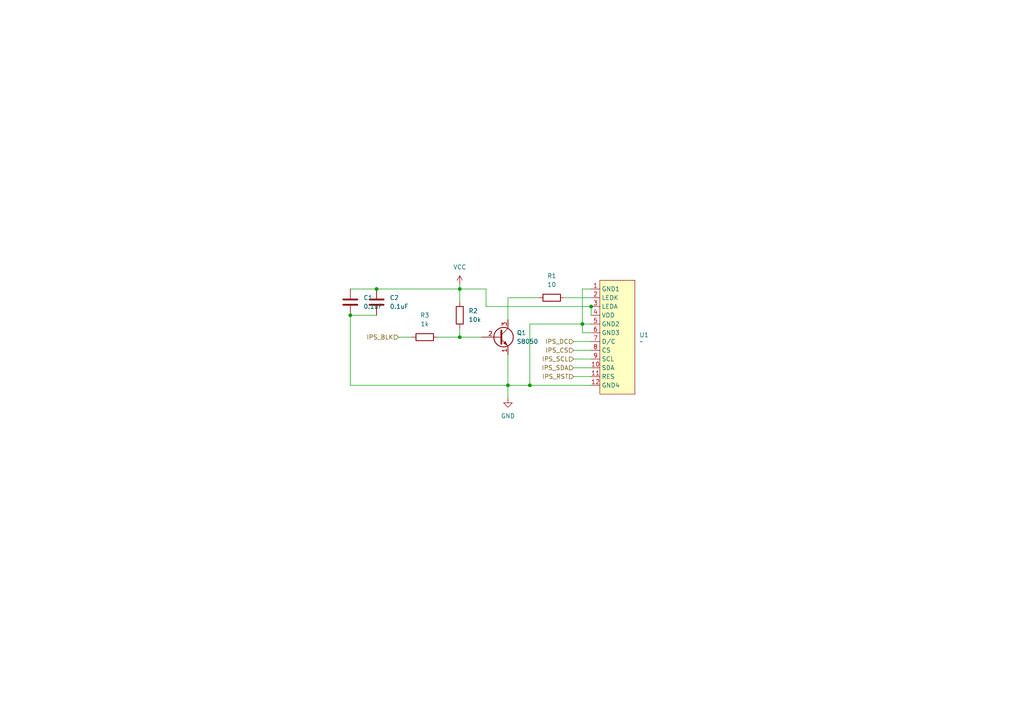
<source format=kicad_sch>
(kicad_sch (version 20231120) (generator "eeschema") (generator_version "8.0")
  (paper "A4")
  (lib_symbols
    (symbol "Device:C" (pin_numbers hide) (pin_names (offset 0.254))
      (property "Reference" "C" (at 0.635 2.54 0))
      (property "Value" "C" (at 0.635 -2.54 0))
      (symbol "C_0_1"
        (polyline (pts (xy -2.032 -0.762) (xy 2.032 -0.762)) (stroke (width 0.508)))
        (polyline (pts (xy -2.032 0.762) (xy 2.032 0.762)) (stroke (width 0.508)))
      )
      (symbol "C_1_1"
        (pin passive line (at 0 3.81 270) (length 2.794) (name "~") (number "1"))
        (pin passive line (at 0 -3.81 90) (length 2.794) (name "~") (number "2"))
      )
    )
    (symbol "Device:R" (pin_numbers hide) (pin_names (offset 0))
      (property "Reference" "R" (at 2.032 0 90))
      (property "Value" "R" (at 0 0 90))
      (symbol "R_0_1"
        (rectangle (start -1.016 -2.54) (end 1.016 2.54) (stroke (width 0.254)))
      )
      (symbol "R_1_1"
        (pin passive line (at 0 3.81 270) (length 1.27) (name "~") (number "1"))
        (pin passive line (at 0 -3.81 90) (length 1.27) (name "~") (number "2"))
      )
    )
    (symbol "Transistor_BJT:S8050" (pin_names (offset 0) hide)
      (property "Reference" "Q" (at 5.08 1.905 0))
      (property "Value" "S8050" (at 5.08 0 0))
      (symbol "S8050_0_1"
        (polyline (pts (xy 0 0) (xy 0.635 0)))
        (polyline (pts (xy 0.635 0.635) (xy 2.54 2.54)))
        (polyline (pts (xy 0.635 -0.635) (xy 2.54 -2.54) (xy 2.54 -2.54)))
        (polyline (pts (xy 0.635 1.905) (xy 0.635 -1.905) (xy 0.635 -1.905)) (stroke (width 0.508)))
        (polyline (pts (xy 1.27 -1.778) (xy 1.778 -1.27) (xy 2.286 -2.286) (xy 1.27 -1.778) (xy 1.27 -1.778)) (fill (type outline)))
        (circle (center 1.27 0) (radius 2.8194) (stroke (width 0.254)))
      )
      (symbol "S8050_1_1"
        (pin passive line (at 2.54 -5.08 90) (length 2.54) (name "E") (number "1"))
        (pin input line (at -5.08 0 0) (length 5.08) (name "B") (number "2"))
        (pin passive line (at 2.54 5.08 270) (length 2.54) (name "C") (number "3"))
      )
    )
    (symbol "my_symbol:ips_2.0_240x320_12P"
      (property "Reference" "U" (at -1.778 18.034 0))
      (symbol "ips_2.0_240x320_12P_1_1"
        (rectangle (start -5.08 16.51) (end 5.08 -16.51) (fill (type background)))
        (pin input line (at -7.62 13.97 0) (length 2.54) (name "GND1") (number "1"))
        (pin input line (at -7.62 -8.89 0) (length 2.54) (name "SDA") (number "10"))
        (pin input line (at -7.62 -11.43 0) (length 2.54) (name "RES") (number "11"))
        (pin input line (at -7.62 -13.97 0) (length 2.54) (name "GND4") (number "12"))
        (pin input line (at -7.62 11.43 0) (length 2.54) (name "LEDK") (number "2"))
        (pin input line (at -7.62 8.89 0) (length 2.54) (name "LEDA") (number "3"))
        (pin input line (at -7.62 6.35 0) (length 2.54) (name "VDD") (number "4"))
        (pin input line (at -7.62 3.81 0) (length 2.54) (name "GND2") (number "5"))
        (pin input line (at -7.62 1.27 0) (length 2.54) (name "GND3") (number "6"))
        (pin input line (at -7.62 -1.27 0) (length 2.54) (name "D/C") (number "7"))
        (pin input line (at -7.62 -3.81 0) (length 2.54) (name "CS") (number "8"))
        (pin input line (at -7.62 -6.35 0) (length 2.54) (name "SCL") (number "9"))
      )
    )
    (symbol "power:GND" (power) (pin_numbers hide) (pin_names (offset 0) hide)
      (property "Value" "GND" (at 0 -3.81 0))
      (symbol "GND_0_1"
        (polyline (pts (xy 0 0) (xy 0 -1.27) (xy 1.27 -1.27) (xy 0 -2.54) (xy -1.27 -1.27) (xy 0 -1.27)))
      )
      (symbol "GND_1_1"
        (pin power_in line (at 0 0 270) (length 0) (name "~") (number "1"))
      )
    )
    (symbol "power:VCC" (power) (pin_numbers hide) (pin_names (offset 0) hide)
      (property "Value" "VCC" (at 0 3.556 0))
      (symbol "VCC_0_1"
        (polyline (pts (xy -0.762 1.27) (xy 0 2.54)))
        (polyline (pts (xy 0 0) (xy 0 2.54)))
        (polyline (pts (xy 0 2.54) (xy 0.762 1.27)))
      )
      (symbol "VCC_1_1"
        (pin power_in line (at 0 0 90) (length 0) (name "~") (number "1"))
      )
    )
  )
  (junction (at 153.67 111.76))
  (junction (at 133.35 83.82))
  (junction (at 133.35 97.79))
  (junction (at 101.6 91.44))
  (junction (at 109.22 83.82))
  (junction (at 171.45 88.9))
  (junction (at 168.91 93.98))
  (junction (at 147.32 111.76))
  (wire (pts (xy 101.6 91.44) (xy 109.22 91.44)))
  (wire (pts (xy 171.45 88.9) (xy 140.97 88.9)))
  (wire (pts (xy 147.32 102.87) (xy 147.32 111.76)))
  (wire (pts (xy 153.67 93.98) (xy 153.67 111.76)))
  (wire (pts (xy 168.91 93.98) (xy 153.67 93.98)))
  (wire (pts (xy 101.6 111.76) (xy 101.6 91.44)))
  (wire (pts (xy 101.6 111.76) (xy 147.32 111.76)))
  (wire (pts (xy 147.32 86.36) (xy 147.32 92.71)))
  (wire (pts (xy 147.32 111.76) (xy 147.32 115.57)))
  (wire (pts (xy 168.91 96.52) (xy 168.91 93.98)))
  (wire (pts (xy 163.83 86.36) (xy 171.45 86.36)))
  (wire (pts (xy 171.45 111.76) (xy 153.67 111.76)))
  (wire (pts (xy 171.45 83.82) (xy 168.91 83.82)))
  (wire (pts (xy 166.37 99.06) (xy 171.45 99.06)))
  (wire (pts (xy 109.22 83.82) (xy 133.35 83.82)))
  (wire (pts (xy 166.37 101.6) (xy 171.45 101.6)))
  (wire (pts (xy 153.67 111.76) (xy 147.32 111.76)))
  (wire (pts (xy 133.35 95.25) (xy 133.35 97.79)))
  (wire (pts (xy 133.35 83.82) (xy 133.35 87.63)))
  (wire (pts (xy 140.97 88.9) (xy 140.97 83.82)))
  (wire (pts (xy 166.37 109.22) (xy 171.45 109.22)))
  (wire (pts (xy 127 97.79) (xy 133.35 97.79)))
  (wire (pts (xy 171.45 93.98) (xy 168.91 93.98)))
  (wire (pts (xy 168.91 83.82) (xy 168.91 93.98)))
  (wire (pts (xy 101.6 83.82) (xy 109.22 83.82)))
  (wire (pts (xy 133.35 82.55) (xy 133.35 83.82)))
  (wire (pts (xy 133.35 97.79) (xy 139.7 97.79)))
  (wire (pts (xy 156.21 86.36) (xy 147.32 86.36)))
  (wire (pts (xy 171.45 88.9) (xy 171.45 91.44)))
  (wire (pts (xy 140.97 83.82) (xy 133.35 83.82)))
  (wire (pts (xy 166.37 106.68) (xy 171.45 106.68)))
  (wire (pts (xy 115.57 97.79) (xy 119.38 97.79)))
  (wire (pts (xy 166.37 104.14) (xy 171.45 104.14)))
  (wire (pts (xy 171.45 96.52) (xy 168.91 96.52)))
  (hierarchical_label "IPS_SCL" (shape input) (at 166.37 104.14 180))
  (hierarchical_label "IPS_SDA" (shape input) (at 166.37 106.68 180))
  (hierarchical_label "IPS_BLK" (shape input) (at 115.57 97.79 180))
  (hierarchical_label "IPS_CS" (shape input) (at 166.37 101.6 180))
  (hierarchical_label "IPS_RST" (shape input) (at 166.37 109.22 180))
  (hierarchical_label "IPS_DC" (shape input) (at 166.37 99.06 180))
  (symbol (lib_id "Device:C") (at 109.22 87.63 0) (unit 1)
    (property "Reference" "C2" (at 113.03 86.3599 0) (effects (justify left)))
    (property "Value" "0.1uF" (at 113.03 88.8999 0) (effects (justify left)))
    (property "Description" "Unpolarized capacitor" (effects (hide yes)))
  )
  (symbol (lib_id "power:GND") (at 147.32 115.57 0) (unit 1)
    (property "Reference" "#PWR06" (effects (hide yes)))
    (property "Value" "GND" (at 147.32 120.65 0))
    (property "Description" "Power symbol creates a global label with name \"GND\" , ground" (effects (hide yes)))
  )
  (symbol (lib_id "Device:C") (at 101.6 87.63 0) (unit 1)
    (property "Reference" "C1" (at 105.41 86.3599 0) (effects (justify left)))
    (property "Value" "0.1uF" (at 105.41 88.8999 0) (effects (justify left)))
    (property "Description" "Unpolarized capacitor" (effects (hide yes)))
  )
  (symbol (lib_id "Device:R") (at 123.19 97.79 90) (unit 1)
    (property "Reference" "R3" (at 123.19 91.44 90))
    (property "Value" "1k" (at 123.19 93.98 90))
    (property "Description" "Resistor" (effects (hide yes)))
  )
  (symbol (lib_id "Device:R") (at 160.02 86.36 90) (unit 1)
    (property "Reference" "R1" (at 160.02 80.01 90))
    (property "Value" "10" (at 160.02 82.55 90))
    (property "Description" "Resistor" (effects (hide yes)))
  )
  (symbol (lib_id "power:VCC") (at 133.35 82.55 0) (unit 1)
    (property "Reference" "#PWR05" (effects (hide yes)))
    (property "Value" "VCC" (at 133.35 77.47 0))
    (property "Description" "Power symbol creates a global label with name \"VCC\"" (effects (hide yes)))
  )
  (symbol (lib_id "my_symbol:ips_2.0_240x320_12P") (at 179.07 97.79 0) (unit 1)
    (property "Reference" "U1" (at 185.42 97.1549 0) (effects (justify left)))
    (property "Value" "~" (at 185.42 99.06 0) (effects (justify left)))
    (property "Footprint" "my_footprint:ips_2.0_240x320_12p" (effects (hide yes)))
  )
  (symbol (lib_id "Transistor_BJT:S8050") (at 144.78 97.79 0) (unit 1)
    (property "Reference" "Q1" (at 149.86 96.5199 0) (effects (justify left)))
    (property "Value" "S8050" (at 149.86 99.0599 0) (effects (justify left)))
    (property "Footprint" "Package_TO_SOT_SMD:SOT-23" (effects (hide yes)))
    (property "Datasheet" "http://www.unisonic.com.tw/datasheet/S8050.pdf" (effects (hide yes)))
    (property "Description" "0.7A Ic, 20V Vce, Low Voltage High Current NPN Transistor, TO-92" (effects (hide yes)))
  )
  (symbol (lib_id "Device:R") (at 133.35 91.44 180) (unit 1)
    (property "Reference" "R2" (at 135.89 90.1699 0) (effects (justify right)))
    (property "Value" "10k" (at 135.89 92.7099 0) (effects (justify right)))
    (property "Description" "Resistor" (effects (hide yes)))
  )
)
</source>
